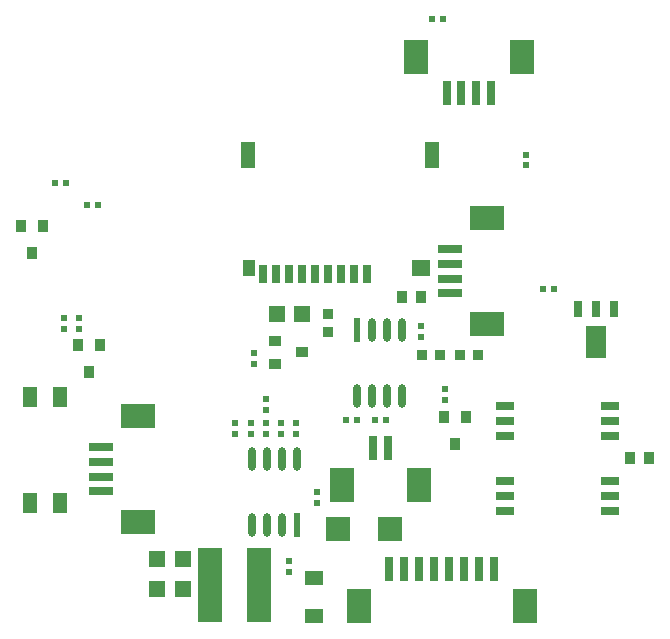
<source format=gbp>
%FSLAX44Y44*%
%MOMM*%
G71*
G01*
G75*
G04 Layer_Color=128*
%ADD10R,0.6000X0.5000*%
%ADD11R,0.5000X0.6000*%
%ADD12R,0.7000X0.6000*%
%ADD13R,1.0000X1.6000*%
G04:AMPARAMS|DCode=14|XSize=3mm|YSize=2.1mm|CornerRadius=0mm|HoleSize=0mm|Usage=FLASHONLY|Rotation=203.500|XOffset=0mm|YOffset=0mm|HoleType=Round|Shape=Rectangle|*
%AMROTATEDRECTD14*
4,1,4,0.9569,1.5610,1.7943,-0.3648,-0.9569,-1.5610,-1.7943,0.3648,0.9569,1.5610,0.0*
%
%ADD14ROTATEDRECTD14*%

G04:AMPARAMS|DCode=15|XSize=2.1mm|YSize=0.8mm|CornerRadius=0mm|HoleSize=0mm|Usage=FLASHONLY|Rotation=203.500|XOffset=0mm|YOffset=0mm|HoleType=Round|Shape=Rectangle|*
%AMROTATEDRECTD15*
4,1,4,0.8034,0.7855,1.1224,0.0519,-0.8034,-0.7855,-1.1224,-0.0519,0.8034,0.7855,0.0*
%
%ADD15ROTATEDRECTD15*%

G04:AMPARAMS|DCode=16|XSize=2mm|YSize=1.2mm|CornerRadius=0mm|HoleSize=0mm|Usage=FLASHONLY|Rotation=150.000|XOffset=0mm|YOffset=0mm|HoleType=Round|Shape=Rectangle|*
%AMROTATEDRECTD16*
4,1,4,1.1660,0.0196,0.5660,-1.0196,-1.1660,-0.0196,-0.5660,1.0196,1.1660,0.0196,0.0*
%
%ADD16ROTATEDRECTD16*%

%ADD17R,1.3500X0.3000*%
%ADD18R,1.3500X0.2500*%
%ADD19R,0.5000X1.7000*%
G04:AMPARAMS|DCode=20|XSize=0.32mm|YSize=1.7mm|CornerRadius=0.08mm|HoleSize=0mm|Usage=FLASHONLY|Rotation=0.000|XOffset=0mm|YOffset=0mm|HoleType=Round|Shape=RoundedRectangle|*
%AMROUNDEDRECTD20*
21,1,0.3200,1.5400,0,0,0.0*
21,1,0.1600,1.7000,0,0,0.0*
1,1,0.1600,0.0800,-0.7700*
1,1,0.1600,-0.0800,-0.7700*
1,1,0.1600,-0.0800,0.7700*
1,1,0.1600,0.0800,0.7700*
%
%ADD20ROUNDEDRECTD20*%
%ADD21R,0.4064X0.5500*%
%ADD22R,0.3048X0.5500*%
%ADD23R,1.3970X1.3970*%
%ADD24R,0.8890X1.0160*%
%ADD25C,0.2540*%
%ADD26C,1.0000*%
%ADD27C,0.6000*%
%ADD28C,0.4000*%
%ADD29C,0.3000*%
%ADD30C,0.5000*%
G04:AMPARAMS|DCode=31|XSize=4mm|YSize=4mm|CornerRadius=2mm|HoleSize=0mm|Usage=FLASHONLY|Rotation=0.000|XOffset=0mm|YOffset=0mm|HoleType=Round|Shape=RoundedRectangle|*
%AMROUNDEDRECTD31*
21,1,4.0000,0.0000,0,0,0.0*
21,1,0.0000,4.0000,0,0,0.0*
1,1,4.0000,0.0000,0.0000*
1,1,4.0000,0.0000,0.0000*
1,1,4.0000,0.0000,0.0000*
1,1,4.0000,0.0000,0.0000*
%
%ADD31ROUNDEDRECTD31*%
%ADD32O,2.0000X0.7500*%
%ADD33C,1.0000*%
%ADD34C,0.5000*%
%ADD35R,0.8128X0.8128*%
%ADD36R,2.1000X0.8000*%
%ADD37R,3.0000X2.1000*%
%ADD38R,0.8000X2.1000*%
%ADD39R,2.1000X3.0000*%
%ADD40R,0.6096X2.0320*%
%ADD41O,0.6096X2.0320*%
%ADD42R,1.3970X1.3970*%
%ADD43R,1.6000X1.2000*%
%ADD44R,2.1500X6.3000*%
%ADD45R,1.2000X1.8000*%
%ADD46R,0.8128X1.0668*%
%ADD47R,0.7000X1.4000*%
%ADD48R,1.8000X2.8000*%
%ADD49R,1.5200X0.7600*%
%ADD50R,1.0668X0.8128*%
%ADD51R,0.8128X0.8128*%
%ADD52R,1.2000X2.2000*%
%ADD53R,1.6000X1.4000*%
%ADD54R,1.1000X1.4000*%
%ADD55R,0.7000X1.6000*%
G04:AMPARAMS|DCode=56|XSize=2mm|YSize=2mm|CornerRadius=0mm|HoleSize=0mm|Usage=FLASHONLY|Rotation=180.000|XOffset=0mm|YOffset=0mm|HoleType=Round|Shape=RoundedRectangle|*
%AMROUNDEDRECTD56*
21,1,2.0000,2.0000,0,0,180.0*
21,1,2.0000,2.0000,0,0,180.0*
1,1,0.0000,-1.0000,1.0000*
1,1,0.0000,1.0000,1.0000*
1,1,0.0000,1.0000,-1.0000*
1,1,0.0000,-1.0000,-1.0000*
%
%ADD56ROUNDEDRECTD56*%
%ADD57C,0.8000*%
%ADD58C,0.1250*%
%ADD59C,0.1200*%
%ADD60R,0.8032X0.7032*%
%ADD61R,0.7032X0.8032*%
%ADD62R,0.9032X0.8032*%
%ADD63R,1.2032X1.8032*%
G04:AMPARAMS|DCode=64|XSize=3.2032mm|YSize=2.3032mm|CornerRadius=0mm|HoleSize=0mm|Usage=FLASHONLY|Rotation=203.500|XOffset=0mm|YOffset=0mm|HoleType=Round|Shape=Rectangle|*
%AMROTATEDRECTD64*
4,1,4,1.0096,1.6947,1.9280,-0.4174,-1.0096,-1.6947,-1.9280,0.4174,1.0096,1.6947,0.0*
%
%ADD64ROTATEDRECTD64*%

G04:AMPARAMS|DCode=65|XSize=2.3032mm|YSize=1.0032mm|CornerRadius=0mm|HoleSize=0mm|Usage=FLASHONLY|Rotation=203.500|XOffset=0mm|YOffset=0mm|HoleType=Round|Shape=Rectangle|*
%AMROTATEDRECTD65*
4,1,4,0.8561,0.9192,1.2561,-0.0008,-0.8561,-0.9192,-1.2561,0.0008,0.8561,0.9192,0.0*
%
%ADD65ROTATEDRECTD65*%

G04:AMPARAMS|DCode=66|XSize=2.2032mm|YSize=1.4032mm|CornerRadius=0mm|HoleSize=0mm|Usage=FLASHONLY|Rotation=150.000|XOffset=0mm|YOffset=0mm|HoleType=Round|Shape=Rectangle|*
%AMROTATEDRECTD66*
4,1,4,1.3048,0.0568,0.6032,-1.1584,-1.3048,-0.0568,-0.6032,1.1584,1.3048,0.0568,0.0*
%
%ADD66ROTATEDRECTD66*%

%ADD67R,1.5532X0.5032*%
%ADD68R,1.5532X0.4532*%
%ADD69R,0.7032X1.9032*%
G04:AMPARAMS|DCode=70|XSize=0.5232mm|YSize=1.9032mm|CornerRadius=0.1816mm|HoleSize=0mm|Usage=FLASHONLY|Rotation=0.000|XOffset=0mm|YOffset=0mm|HoleType=Round|Shape=RoundedRectangle|*
%AMROUNDEDRECTD70*
21,1,0.5232,1.5400,0,0,0.0*
21,1,0.1600,1.9032,0,0,0.0*
1,1,0.3632,0.0800,-0.7700*
1,1,0.3632,-0.0800,-0.7700*
1,1,0.3632,-0.0800,0.7700*
1,1,0.3632,0.0800,0.7700*
%
%ADD70ROUNDEDRECTD70*%
%ADD71R,0.6096X0.7532*%
%ADD72R,0.5080X0.7532*%
%ADD73R,1.6002X1.6002*%
%ADD74R,1.0922X1.2192*%
G04:AMPARAMS|DCode=75|XSize=4.2032mm|YSize=4.2032mm|CornerRadius=2.1016mm|HoleSize=0mm|Usage=FLASHONLY|Rotation=0.000|XOffset=0mm|YOffset=0mm|HoleType=Round|Shape=RoundedRectangle|*
%AMROUNDEDRECTD75*
21,1,4.2032,0.0000,0,0,0.0*
21,1,0.0000,4.2032,0,0,0.0*
1,1,4.2032,0.0000,0.0000*
1,1,4.2032,0.0000,0.0000*
1,1,4.2032,0.0000,0.0000*
1,1,4.2032,0.0000,0.0000*
%
%ADD75ROUNDEDRECTD75*%
%ADD76O,2.2032X0.9532*%
%ADD77C,1.2032*%
%ADD78R,1.0160X1.0160*%
%ADD79R,2.3032X1.0032*%
%ADD80R,3.2032X2.3032*%
%ADD81R,1.0032X2.3032*%
%ADD82R,2.3032X3.2032*%
%ADD83R,0.8128X2.2352*%
%ADD84O,0.8128X2.2352*%
%ADD85R,1.6002X1.6002*%
%ADD86R,1.8032X1.4032*%
%ADD87R,2.3532X6.5032*%
%ADD88R,1.4032X2.0032*%
%ADD89R,1.0160X1.2700*%
%ADD90R,0.9032X1.6032*%
%ADD91R,2.0032X3.0032*%
%ADD92R,1.7232X0.9632*%
%ADD93R,1.2700X1.0160*%
%ADD94R,1.0160X1.0160*%
%ADD95R,1.4032X2.4032*%
%ADD96R,1.8032X1.6032*%
%ADD97R,1.3032X1.6032*%
%ADD98R,0.9032X1.8032*%
G04:AMPARAMS|DCode=99|XSize=2.2032mm|YSize=2.2032mm|CornerRadius=0mm|HoleSize=0mm|Usage=FLASHONLY|Rotation=180.000|XOffset=0mm|YOffset=0mm|HoleType=Round|Shape=RoundedRectangle|*
%AMROUNDEDRECTD99*
21,1,2.2032,2.2032,0,0,180.0*
21,1,2.2032,2.2032,0,0,180.0*
1,1,0.0000,-1.1016,1.1016*
1,1,0.0000,1.1016,1.1016*
1,1,0.0000,1.1016,-1.1016*
1,1,0.0000,-1.1016,-1.1016*
%
%ADD99ROUNDEDRECTD99*%
D10*
X-40640Y-75510D02*
D03*
Y-84510D02*
D03*
X-79391Y-75510D02*
D03*
Y-84510D02*
D03*
X-66040Y-75510D02*
D03*
Y-84510D02*
D03*
X166370Y143092D02*
D03*
Y152092D02*
D03*
X-10160Y-133930D02*
D03*
Y-142930D02*
D03*
X-34290Y-201350D02*
D03*
Y-192350D02*
D03*
X-27940Y-75510D02*
D03*
Y-84510D02*
D03*
X-212141Y13390D02*
D03*
Y4390D02*
D03*
X-224790Y13390D02*
D03*
Y4390D02*
D03*
X-53340Y-55003D02*
D03*
Y-64003D02*
D03*
Y-75510D02*
D03*
Y-84510D02*
D03*
X77470Y7040D02*
D03*
Y-1960D02*
D03*
X97790Y-55609D02*
D03*
Y-46610D02*
D03*
X-63500Y-24820D02*
D03*
Y-15820D02*
D03*
D11*
X23550Y-72390D02*
D03*
X14550D02*
D03*
X47680D02*
D03*
X38680D02*
D03*
X86940Y267048D02*
D03*
X95940D02*
D03*
X-223011Y128270D02*
D03*
X-232010D02*
D03*
X-196160Y109109D02*
D03*
X-205160D02*
D03*
X180920Y38500D02*
D03*
X189920D02*
D03*
D24*
X270891Y-105002D02*
D03*
X254889D02*
D03*
X61898Y31750D02*
D03*
X77899D02*
D03*
D35*
X93980Y-17200D02*
D03*
X78740D02*
D03*
X110490D02*
D03*
X125730D02*
D03*
D36*
X-193300Y-95550D02*
D03*
Y-108050D02*
D03*
Y-120550D02*
D03*
Y-133050D02*
D03*
X102610Y72090D02*
D03*
Y59590D02*
D03*
Y47090D02*
D03*
Y34590D02*
D03*
D37*
X-162300Y-159300D02*
D03*
Y-69300D02*
D03*
X133610Y8340D02*
D03*
Y98340D02*
D03*
D38*
X50900Y-199130D02*
D03*
X63600D02*
D03*
X139600D02*
D03*
X126900D02*
D03*
X89000D02*
D03*
X101500D02*
D03*
X114200D02*
D03*
X76300D02*
D03*
X136860Y203921D02*
D03*
X124360Y203921D02*
D03*
X111860Y203921D02*
D03*
X99360D02*
D03*
X36930Y-96260D02*
D03*
X49430D02*
D03*
D39*
X24850Y-230130D02*
D03*
X165650D02*
D03*
X73110Y234921D02*
D03*
X163110Y234921D02*
D03*
X10680Y-127260D02*
D03*
X75680D02*
D03*
D40*
X23790Y3480D02*
D03*
X-27599Y-161150D02*
D03*
D41*
X36490Y3480D02*
D03*
X49190D02*
D03*
X61890D02*
D03*
Y-52400D02*
D03*
X49190D02*
D03*
X36490D02*
D03*
X23790D02*
D03*
X-40300Y-161150D02*
D03*
X-53000D02*
D03*
X-65700D02*
D03*
Y-105270D02*
D03*
X-53000D02*
D03*
X-40300D02*
D03*
X-27599D02*
D03*
D42*
X-145415Y-190239D02*
D03*
X-123825D02*
D03*
X-145415Y-215900D02*
D03*
X-123825D02*
D03*
X-22845Y17425D02*
D03*
X-44435D02*
D03*
D43*
X-12700Y-206250D02*
D03*
Y-238250D02*
D03*
D44*
X-59260Y-212090D02*
D03*
X-100760D02*
D03*
D45*
X-227950Y-142850D02*
D03*
X-253350Y-142850D02*
D03*
X-253350Y-52850D02*
D03*
X-227950D02*
D03*
D46*
X-203251Y-31712D02*
D03*
X-193713Y-8776D02*
D03*
X-212789D02*
D03*
X-251642Y68618D02*
D03*
X-242104Y91554D02*
D03*
X-261179D02*
D03*
X97092Y-69736D02*
D03*
X116167D02*
D03*
X106629Y-92672D02*
D03*
D47*
X210863Y21584D02*
D03*
X225863D02*
D03*
X240863D02*
D03*
D48*
X225863Y-6916D02*
D03*
D49*
X148590Y-60890D02*
D03*
Y-73590D02*
D03*
Y-86290D02*
D03*
Y-124390D02*
D03*
Y-137090D02*
D03*
Y-149790D02*
D03*
X237490Y-149930D02*
D03*
Y-137230D02*
D03*
Y-124530D02*
D03*
Y-86430D02*
D03*
Y-73730D02*
D03*
Y-61047D02*
D03*
D50*
X-45798Y-24829D02*
D03*
Y-5753D02*
D03*
X-22861Y-15291D02*
D03*
D51*
X-1270Y17240D02*
D03*
Y2000D02*
D03*
D52*
X86717Y151880D02*
D03*
X-68370Y151883D02*
D03*
D53*
X77707Y55883D02*
D03*
D54*
X-68313Y55793D02*
D03*
D55*
X31750Y50800D02*
D03*
X20697D02*
D03*
X9737D02*
D03*
X-1280D02*
D03*
X-12320D02*
D03*
X-23287D02*
D03*
X-34253D02*
D03*
X-45303D02*
D03*
X-56257D02*
D03*
D56*
X7210Y-165100D02*
D03*
X51210D02*
D03*
M02*

</source>
